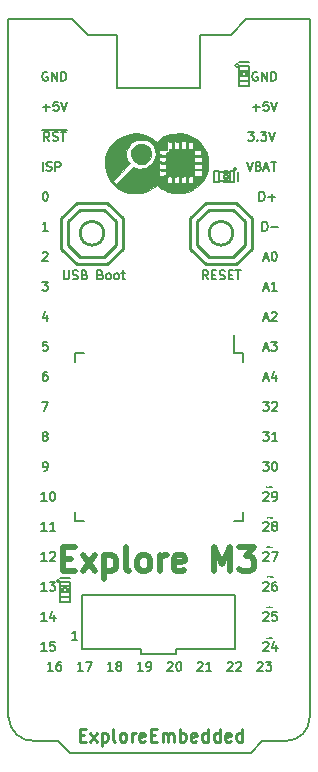
<source format=gbr>
G04 #@! TF.FileFunction,Legend,Top*
%FSLAX46Y46*%
G04 Gerber Fmt 4.6, Leading zero omitted, Abs format (unit mm)*
G04 Created by KiCad (PCBNEW 4.0.1-stable) date 10-Oct-16 12:47:22 PM*
%MOMM*%
G01*
G04 APERTURE LIST*
%ADD10C,0.100000*%
%ADD11C,0.150000*%
%ADD12C,0.273050*%
%ADD13C,0.190500*%
%ADD14C,0.508000*%
%ADD15C,0.254000*%
%ADD16C,0.002540*%
G04 APERTURE END LIST*
D10*
D11*
X52800000Y-28900000D02*
X52800000Y-33400000D01*
X50300000Y-28900000D02*
X52800000Y-28900000D01*
X50200000Y-28800000D02*
X50300000Y-28900000D01*
X59800000Y-28900000D02*
X62400000Y-28900000D01*
D12*
X49623739Y-88186986D02*
X49987805Y-88186986D01*
X50143834Y-88759090D02*
X49623739Y-88759090D01*
X49623739Y-87666890D01*
X50143834Y-87666890D01*
X50507901Y-88759090D02*
X51080005Y-88030957D01*
X50507901Y-88030957D02*
X51080005Y-88759090D01*
X51496082Y-88030957D02*
X51496082Y-89123157D01*
X51496082Y-88082967D02*
X51600101Y-88030957D01*
X51808139Y-88030957D01*
X51912158Y-88082967D01*
X51964167Y-88134976D01*
X52016177Y-88238995D01*
X52016177Y-88551052D01*
X51964167Y-88655071D01*
X51912158Y-88707081D01*
X51808139Y-88759090D01*
X51600101Y-88759090D01*
X51496082Y-88707081D01*
X52640291Y-88759090D02*
X52536272Y-88707081D01*
X52484263Y-88603062D01*
X52484263Y-87666890D01*
X53212396Y-88759090D02*
X53108377Y-88707081D01*
X53056368Y-88655071D01*
X53004358Y-88551052D01*
X53004358Y-88238995D01*
X53056368Y-88134976D01*
X53108377Y-88082967D01*
X53212396Y-88030957D01*
X53368425Y-88030957D01*
X53472444Y-88082967D01*
X53524453Y-88134976D01*
X53576463Y-88238995D01*
X53576463Y-88551052D01*
X53524453Y-88655071D01*
X53472444Y-88707081D01*
X53368425Y-88759090D01*
X53212396Y-88759090D01*
X54044549Y-88759090D02*
X54044549Y-88030957D01*
X54044549Y-88238995D02*
X54096558Y-88134976D01*
X54148568Y-88082967D01*
X54252587Y-88030957D01*
X54356606Y-88030957D01*
X55136749Y-88707081D02*
X55032730Y-88759090D01*
X54824692Y-88759090D01*
X54720673Y-88707081D01*
X54668663Y-88603062D01*
X54668663Y-88186986D01*
X54720673Y-88082967D01*
X54824692Y-88030957D01*
X55032730Y-88030957D01*
X55136749Y-88082967D01*
X55188758Y-88186986D01*
X55188758Y-88291005D01*
X54668663Y-88395024D01*
X55656844Y-88186986D02*
X56020910Y-88186986D01*
X56176939Y-88759090D02*
X55656844Y-88759090D01*
X55656844Y-87666890D01*
X56176939Y-87666890D01*
X56645025Y-88759090D02*
X56645025Y-88030957D01*
X56645025Y-88134976D02*
X56697034Y-88082967D01*
X56801053Y-88030957D01*
X56957082Y-88030957D01*
X57061101Y-88082967D01*
X57113110Y-88186986D01*
X57113110Y-88759090D01*
X57113110Y-88186986D02*
X57165120Y-88082967D01*
X57269139Y-88030957D01*
X57425167Y-88030957D01*
X57529187Y-88082967D01*
X57581196Y-88186986D01*
X57581196Y-88759090D01*
X58101292Y-88759090D02*
X58101292Y-87666890D01*
X58101292Y-88082967D02*
X58205311Y-88030957D01*
X58413349Y-88030957D01*
X58517368Y-88082967D01*
X58569377Y-88134976D01*
X58621387Y-88238995D01*
X58621387Y-88551052D01*
X58569377Y-88655071D01*
X58517368Y-88707081D01*
X58413349Y-88759090D01*
X58205311Y-88759090D01*
X58101292Y-88707081D01*
X59505549Y-88707081D02*
X59401530Y-88759090D01*
X59193492Y-88759090D01*
X59089473Y-88707081D01*
X59037463Y-88603062D01*
X59037463Y-88186986D01*
X59089473Y-88082967D01*
X59193492Y-88030957D01*
X59401530Y-88030957D01*
X59505549Y-88082967D01*
X59557558Y-88186986D01*
X59557558Y-88291005D01*
X59037463Y-88395024D01*
X60493729Y-88759090D02*
X60493729Y-87666890D01*
X60493729Y-88707081D02*
X60389710Y-88759090D01*
X60181672Y-88759090D01*
X60077653Y-88707081D01*
X60025644Y-88655071D01*
X59973634Y-88551052D01*
X59973634Y-88238995D01*
X60025644Y-88134976D01*
X60077653Y-88082967D01*
X60181672Y-88030957D01*
X60389710Y-88030957D01*
X60493729Y-88082967D01*
X61481910Y-88759090D02*
X61481910Y-87666890D01*
X61481910Y-88707081D02*
X61377891Y-88759090D01*
X61169853Y-88759090D01*
X61065834Y-88707081D01*
X61013825Y-88655071D01*
X60961815Y-88551052D01*
X60961815Y-88238995D01*
X61013825Y-88134976D01*
X61065834Y-88082967D01*
X61169853Y-88030957D01*
X61377891Y-88030957D01*
X61481910Y-88082967D01*
X62418082Y-88707081D02*
X62314063Y-88759090D01*
X62106025Y-88759090D01*
X62002006Y-88707081D01*
X61949996Y-88603062D01*
X61949996Y-88186986D01*
X62002006Y-88082967D01*
X62106025Y-88030957D01*
X62314063Y-88030957D01*
X62418082Y-88082967D01*
X62470091Y-88186986D01*
X62470091Y-88291005D01*
X61949996Y-88395024D01*
X63406262Y-88759090D02*
X63406262Y-87666890D01*
X63406262Y-88707081D02*
X63302243Y-88759090D01*
X63094205Y-88759090D01*
X62990186Y-88707081D01*
X62938177Y-88655071D01*
X62886167Y-88551052D01*
X62886167Y-88238995D01*
X62938177Y-88134976D01*
X62990186Y-88082967D01*
X63094205Y-88030957D01*
X63302243Y-88030957D01*
X63406262Y-88082967D01*
D11*
X59800000Y-33400000D02*
X59800000Y-28900000D01*
X52800000Y-33400000D02*
X59800000Y-33400000D01*
X47800000Y-88700000D02*
X48800000Y-89700000D01*
X65100000Y-88700000D02*
X64100000Y-89700000D01*
X48800000Y-89700000D02*
X64100000Y-89700000D01*
X43600000Y-27600000D02*
X43600000Y-86700000D01*
X69100000Y-86700000D02*
X69100000Y-27600000D01*
X63700000Y-27600000D02*
X69100000Y-27600000D01*
X50200000Y-28800000D02*
X49000000Y-27600000D01*
X49000000Y-27600000D02*
X43600000Y-27600000D01*
X45800000Y-88700000D02*
X47800000Y-88700000D01*
X67100000Y-88700000D02*
X65100000Y-88700000D01*
X62400000Y-28900000D02*
X63700000Y-27600000D01*
X67100000Y-88700000D02*
G75*
G03X69100000Y-86700000I0J2000000D01*
G01*
X43600000Y-86700000D02*
G75*
G03X45800000Y-88700000I2100000J100000D01*
G01*
D13*
X49417714Y-80144714D02*
X48982286Y-80144714D01*
X49200000Y-80144714D02*
X49200000Y-79382714D01*
X49127429Y-79491571D01*
X49054857Y-79564143D01*
X48982286Y-79600429D01*
X48260000Y-48858714D02*
X48260000Y-49475571D01*
X48296285Y-49548143D01*
X48332571Y-49584429D01*
X48405142Y-49620714D01*
X48550285Y-49620714D01*
X48622857Y-49584429D01*
X48659142Y-49548143D01*
X48695428Y-49475571D01*
X48695428Y-48858714D01*
X49022000Y-49584429D02*
X49130857Y-49620714D01*
X49312286Y-49620714D01*
X49384857Y-49584429D01*
X49421143Y-49548143D01*
X49457428Y-49475571D01*
X49457428Y-49403000D01*
X49421143Y-49330429D01*
X49384857Y-49294143D01*
X49312286Y-49257857D01*
X49167143Y-49221571D01*
X49094571Y-49185286D01*
X49058286Y-49149000D01*
X49022000Y-49076429D01*
X49022000Y-49003857D01*
X49058286Y-48931286D01*
X49094571Y-48895000D01*
X49167143Y-48858714D01*
X49348571Y-48858714D01*
X49457428Y-48895000D01*
X50038000Y-49221571D02*
X50146857Y-49257857D01*
X50183142Y-49294143D01*
X50219428Y-49366714D01*
X50219428Y-49475571D01*
X50183142Y-49548143D01*
X50146857Y-49584429D01*
X50074285Y-49620714D01*
X49784000Y-49620714D01*
X49784000Y-48858714D01*
X50038000Y-48858714D01*
X50110571Y-48895000D01*
X50146857Y-48931286D01*
X50183142Y-49003857D01*
X50183142Y-49076429D01*
X50146857Y-49149000D01*
X50110571Y-49185286D01*
X50038000Y-49221571D01*
X49784000Y-49221571D01*
X51380571Y-49221571D02*
X51489428Y-49257857D01*
X51525713Y-49294143D01*
X51561999Y-49366714D01*
X51561999Y-49475571D01*
X51525713Y-49548143D01*
X51489428Y-49584429D01*
X51416856Y-49620714D01*
X51126571Y-49620714D01*
X51126571Y-48858714D01*
X51380571Y-48858714D01*
X51453142Y-48895000D01*
X51489428Y-48931286D01*
X51525713Y-49003857D01*
X51525713Y-49076429D01*
X51489428Y-49149000D01*
X51453142Y-49185286D01*
X51380571Y-49221571D01*
X51126571Y-49221571D01*
X51997428Y-49620714D02*
X51924856Y-49584429D01*
X51888571Y-49548143D01*
X51852285Y-49475571D01*
X51852285Y-49257857D01*
X51888571Y-49185286D01*
X51924856Y-49149000D01*
X51997428Y-49112714D01*
X52106285Y-49112714D01*
X52178856Y-49149000D01*
X52215142Y-49185286D01*
X52251428Y-49257857D01*
X52251428Y-49475571D01*
X52215142Y-49548143D01*
X52178856Y-49584429D01*
X52106285Y-49620714D01*
X51997428Y-49620714D01*
X52686857Y-49620714D02*
X52614285Y-49584429D01*
X52578000Y-49548143D01*
X52541714Y-49475571D01*
X52541714Y-49257857D01*
X52578000Y-49185286D01*
X52614285Y-49149000D01*
X52686857Y-49112714D01*
X52795714Y-49112714D01*
X52868285Y-49149000D01*
X52904571Y-49185286D01*
X52940857Y-49257857D01*
X52940857Y-49475571D01*
X52904571Y-49548143D01*
X52868285Y-49584429D01*
X52795714Y-49620714D01*
X52686857Y-49620714D01*
X53158571Y-49112714D02*
X53448857Y-49112714D01*
X53267429Y-48858714D02*
X53267429Y-49511857D01*
X53303714Y-49584429D01*
X53376286Y-49620714D01*
X53448857Y-49620714D01*
X60488286Y-49620714D02*
X60234286Y-49257857D01*
X60052858Y-49620714D02*
X60052858Y-48858714D01*
X60343143Y-48858714D01*
X60415715Y-48895000D01*
X60452000Y-48931286D01*
X60488286Y-49003857D01*
X60488286Y-49112714D01*
X60452000Y-49185286D01*
X60415715Y-49221571D01*
X60343143Y-49257857D01*
X60052858Y-49257857D01*
X60814858Y-49221571D02*
X61068858Y-49221571D01*
X61177715Y-49620714D02*
X60814858Y-49620714D01*
X60814858Y-48858714D01*
X61177715Y-48858714D01*
X61468001Y-49584429D02*
X61576858Y-49620714D01*
X61758287Y-49620714D01*
X61830858Y-49584429D01*
X61867144Y-49548143D01*
X61903429Y-49475571D01*
X61903429Y-49403000D01*
X61867144Y-49330429D01*
X61830858Y-49294143D01*
X61758287Y-49257857D01*
X61613144Y-49221571D01*
X61540572Y-49185286D01*
X61504287Y-49149000D01*
X61468001Y-49076429D01*
X61468001Y-49003857D01*
X61504287Y-48931286D01*
X61540572Y-48895000D01*
X61613144Y-48858714D01*
X61794572Y-48858714D01*
X61903429Y-48895000D01*
X62230001Y-49221571D02*
X62484001Y-49221571D01*
X62592858Y-49620714D02*
X62230001Y-49620714D01*
X62230001Y-48858714D01*
X62592858Y-48858714D01*
X62810572Y-48858714D02*
X63246001Y-48858714D01*
X63028287Y-49620714D02*
X63028287Y-48858714D01*
D14*
X48229763Y-73260857D02*
X48907096Y-73260857D01*
X49197382Y-74325238D02*
X48229763Y-74325238D01*
X48229763Y-72293238D01*
X49197382Y-72293238D01*
X49874715Y-74325238D02*
X50939096Y-72970571D01*
X49874715Y-72970571D02*
X50939096Y-74325238D01*
X51713191Y-72970571D02*
X51713191Y-75002571D01*
X51713191Y-73067333D02*
X51906714Y-72970571D01*
X52293762Y-72970571D01*
X52487286Y-73067333D01*
X52584048Y-73164095D01*
X52680810Y-73357619D01*
X52680810Y-73938190D01*
X52584048Y-74131714D01*
X52487286Y-74228476D01*
X52293762Y-74325238D01*
X51906714Y-74325238D01*
X51713191Y-74228476D01*
X53841952Y-74325238D02*
X53648428Y-74228476D01*
X53551667Y-74034952D01*
X53551667Y-72293238D01*
X54906333Y-74325238D02*
X54712809Y-74228476D01*
X54616048Y-74131714D01*
X54519286Y-73938190D01*
X54519286Y-73357619D01*
X54616048Y-73164095D01*
X54712809Y-73067333D01*
X54906333Y-72970571D01*
X55196619Y-72970571D01*
X55390143Y-73067333D01*
X55486905Y-73164095D01*
X55583667Y-73357619D01*
X55583667Y-73938190D01*
X55486905Y-74131714D01*
X55390143Y-74228476D01*
X55196619Y-74325238D01*
X54906333Y-74325238D01*
X56454524Y-74325238D02*
X56454524Y-72970571D01*
X56454524Y-73357619D02*
X56551285Y-73164095D01*
X56648047Y-73067333D01*
X56841571Y-72970571D01*
X57035095Y-72970571D01*
X58486524Y-74228476D02*
X58293000Y-74325238D01*
X57905952Y-74325238D01*
X57712429Y-74228476D01*
X57615667Y-74034952D01*
X57615667Y-73260857D01*
X57712429Y-73067333D01*
X57905952Y-72970571D01*
X58293000Y-72970571D01*
X58486524Y-73067333D01*
X58583286Y-73260857D01*
X58583286Y-73454381D01*
X57615667Y-73647905D01*
X61002333Y-74325238D02*
X61002333Y-72293238D01*
X61679666Y-73744667D01*
X62356999Y-72293238D01*
X62356999Y-74325238D01*
X63131095Y-72293238D02*
X64388999Y-72293238D01*
X63711666Y-73067333D01*
X64001952Y-73067333D01*
X64195476Y-73164095D01*
X64292238Y-73260857D01*
X64388999Y-73454381D01*
X64388999Y-73938190D01*
X64292238Y-74131714D01*
X64195476Y-74228476D01*
X64001952Y-74325238D01*
X63421380Y-74325238D01*
X63227857Y-74228476D01*
X63131095Y-74131714D01*
D13*
X64697429Y-82078286D02*
X64733715Y-82042000D01*
X64806286Y-82005714D01*
X64987715Y-82005714D01*
X65060286Y-82042000D01*
X65096572Y-82078286D01*
X65132857Y-82150857D01*
X65132857Y-82223429D01*
X65096572Y-82332286D01*
X64661143Y-82767714D01*
X65132857Y-82767714D01*
X65386857Y-82005714D02*
X65858571Y-82005714D01*
X65604571Y-82296000D01*
X65713429Y-82296000D01*
X65786000Y-82332286D01*
X65822286Y-82368571D01*
X65858571Y-82441143D01*
X65858571Y-82622571D01*
X65822286Y-82695143D01*
X65786000Y-82731429D01*
X65713429Y-82767714D01*
X65495714Y-82767714D01*
X65423143Y-82731429D01*
X65386857Y-82695143D01*
X62157429Y-82078286D02*
X62193715Y-82042000D01*
X62266286Y-82005714D01*
X62447715Y-82005714D01*
X62520286Y-82042000D01*
X62556572Y-82078286D01*
X62592857Y-82150857D01*
X62592857Y-82223429D01*
X62556572Y-82332286D01*
X62121143Y-82767714D01*
X62592857Y-82767714D01*
X62883143Y-82078286D02*
X62919429Y-82042000D01*
X62992000Y-82005714D01*
X63173429Y-82005714D01*
X63246000Y-82042000D01*
X63282286Y-82078286D01*
X63318571Y-82150857D01*
X63318571Y-82223429D01*
X63282286Y-82332286D01*
X62846857Y-82767714D01*
X63318571Y-82767714D01*
X59617429Y-82078286D02*
X59653715Y-82042000D01*
X59726286Y-82005714D01*
X59907715Y-82005714D01*
X59980286Y-82042000D01*
X60016572Y-82078286D01*
X60052857Y-82150857D01*
X60052857Y-82223429D01*
X60016572Y-82332286D01*
X59581143Y-82767714D01*
X60052857Y-82767714D01*
X60778571Y-82767714D02*
X60343143Y-82767714D01*
X60560857Y-82767714D02*
X60560857Y-82005714D01*
X60488286Y-82114571D01*
X60415714Y-82187143D01*
X60343143Y-82223429D01*
X57077429Y-82078286D02*
X57113715Y-82042000D01*
X57186286Y-82005714D01*
X57367715Y-82005714D01*
X57440286Y-82042000D01*
X57476572Y-82078286D01*
X57512857Y-82150857D01*
X57512857Y-82223429D01*
X57476572Y-82332286D01*
X57041143Y-82767714D01*
X57512857Y-82767714D01*
X57984571Y-82005714D02*
X58057143Y-82005714D01*
X58129714Y-82042000D01*
X58166000Y-82078286D01*
X58202286Y-82150857D01*
X58238571Y-82296000D01*
X58238571Y-82477429D01*
X58202286Y-82622571D01*
X58166000Y-82695143D01*
X58129714Y-82731429D01*
X58057143Y-82767714D01*
X57984571Y-82767714D01*
X57912000Y-82731429D01*
X57875714Y-82695143D01*
X57839429Y-82622571D01*
X57803143Y-82477429D01*
X57803143Y-82296000D01*
X57839429Y-82150857D01*
X57875714Y-82078286D01*
X57912000Y-82042000D01*
X57984571Y-82005714D01*
X54972857Y-82767714D02*
X54537429Y-82767714D01*
X54755143Y-82767714D02*
X54755143Y-82005714D01*
X54682572Y-82114571D01*
X54610000Y-82187143D01*
X54537429Y-82223429D01*
X55335714Y-82767714D02*
X55480857Y-82767714D01*
X55553429Y-82731429D01*
X55589714Y-82695143D01*
X55662286Y-82586286D01*
X55698571Y-82441143D01*
X55698571Y-82150857D01*
X55662286Y-82078286D01*
X55626000Y-82042000D01*
X55553429Y-82005714D01*
X55408286Y-82005714D01*
X55335714Y-82042000D01*
X55299429Y-82078286D01*
X55263143Y-82150857D01*
X55263143Y-82332286D01*
X55299429Y-82404857D01*
X55335714Y-82441143D01*
X55408286Y-82477429D01*
X55553429Y-82477429D01*
X55626000Y-82441143D01*
X55662286Y-82404857D01*
X55698571Y-82332286D01*
X52432857Y-82767714D02*
X51997429Y-82767714D01*
X52215143Y-82767714D02*
X52215143Y-82005714D01*
X52142572Y-82114571D01*
X52070000Y-82187143D01*
X51997429Y-82223429D01*
X52868286Y-82332286D02*
X52795714Y-82296000D01*
X52759429Y-82259714D01*
X52723143Y-82187143D01*
X52723143Y-82150857D01*
X52759429Y-82078286D01*
X52795714Y-82042000D01*
X52868286Y-82005714D01*
X53013429Y-82005714D01*
X53086000Y-82042000D01*
X53122286Y-82078286D01*
X53158571Y-82150857D01*
X53158571Y-82187143D01*
X53122286Y-82259714D01*
X53086000Y-82296000D01*
X53013429Y-82332286D01*
X52868286Y-82332286D01*
X52795714Y-82368571D01*
X52759429Y-82404857D01*
X52723143Y-82477429D01*
X52723143Y-82622571D01*
X52759429Y-82695143D01*
X52795714Y-82731429D01*
X52868286Y-82767714D01*
X53013429Y-82767714D01*
X53086000Y-82731429D01*
X53122286Y-82695143D01*
X53158571Y-82622571D01*
X53158571Y-82477429D01*
X53122286Y-82404857D01*
X53086000Y-82368571D01*
X53013429Y-82332286D01*
X49892857Y-82767714D02*
X49457429Y-82767714D01*
X49675143Y-82767714D02*
X49675143Y-82005714D01*
X49602572Y-82114571D01*
X49530000Y-82187143D01*
X49457429Y-82223429D01*
X50146857Y-82005714D02*
X50654857Y-82005714D01*
X50328286Y-82767714D01*
X47352857Y-82767714D02*
X46917429Y-82767714D01*
X47135143Y-82767714D02*
X47135143Y-82005714D01*
X47062572Y-82114571D01*
X46990000Y-82187143D01*
X46917429Y-82223429D01*
X48006000Y-82005714D02*
X47860857Y-82005714D01*
X47788286Y-82042000D01*
X47752000Y-82078286D01*
X47679429Y-82187143D01*
X47643143Y-82332286D01*
X47643143Y-82622571D01*
X47679429Y-82695143D01*
X47715714Y-82731429D01*
X47788286Y-82767714D01*
X47933429Y-82767714D01*
X48006000Y-82731429D01*
X48042286Y-82695143D01*
X48078571Y-82622571D01*
X48078571Y-82441143D01*
X48042286Y-82368571D01*
X48006000Y-82332286D01*
X47933429Y-82296000D01*
X47788286Y-82296000D01*
X47715714Y-82332286D01*
X47679429Y-82368571D01*
X47643143Y-82441143D01*
X64680756Y-32086328D02*
X64608185Y-32050042D01*
X64499328Y-32050042D01*
X64390471Y-32086328D01*
X64317899Y-32158899D01*
X64281614Y-32231471D01*
X64245328Y-32376614D01*
X64245328Y-32485471D01*
X64281614Y-32630614D01*
X64317899Y-32703185D01*
X64390471Y-32775757D01*
X64499328Y-32812042D01*
X64571899Y-32812042D01*
X64680756Y-32775757D01*
X64717042Y-32739471D01*
X64717042Y-32485471D01*
X64571899Y-32485471D01*
X65043614Y-32812042D02*
X65043614Y-32050042D01*
X65479042Y-32812042D01*
X65479042Y-32050042D01*
X65841900Y-32812042D02*
X65841900Y-32050042D01*
X66023328Y-32050042D01*
X66132185Y-32086328D01*
X66204757Y-32158899D01*
X66241042Y-32231471D01*
X66277328Y-32376614D01*
X66277328Y-32485471D01*
X66241042Y-32630614D01*
X66204757Y-32703185D01*
X66132185Y-32775757D01*
X66023328Y-32812042D01*
X65841900Y-32812042D01*
X64281614Y-35061757D02*
X64862185Y-35061757D01*
X64571899Y-35352042D02*
X64571899Y-34771471D01*
X65587900Y-34590042D02*
X65225043Y-34590042D01*
X65188757Y-34952899D01*
X65225043Y-34916614D01*
X65297614Y-34880328D01*
X65479043Y-34880328D01*
X65551614Y-34916614D01*
X65587900Y-34952899D01*
X65624185Y-35025471D01*
X65624185Y-35206899D01*
X65587900Y-35279471D01*
X65551614Y-35315757D01*
X65479043Y-35352042D01*
X65297614Y-35352042D01*
X65225043Y-35315757D01*
X65188757Y-35279471D01*
X65841899Y-34590042D02*
X66095899Y-35352042D01*
X66349899Y-34590042D01*
X63882471Y-37130042D02*
X64354185Y-37130042D01*
X64100185Y-37420328D01*
X64209043Y-37420328D01*
X64281614Y-37456614D01*
X64317900Y-37492899D01*
X64354185Y-37565471D01*
X64354185Y-37746899D01*
X64317900Y-37819471D01*
X64281614Y-37855757D01*
X64209043Y-37892042D01*
X63991328Y-37892042D01*
X63918757Y-37855757D01*
X63882471Y-37819471D01*
X64680757Y-37819471D02*
X64717042Y-37855757D01*
X64680757Y-37892042D01*
X64644471Y-37855757D01*
X64680757Y-37819471D01*
X64680757Y-37892042D01*
X64971042Y-37130042D02*
X65442756Y-37130042D01*
X65188756Y-37420328D01*
X65297614Y-37420328D01*
X65370185Y-37456614D01*
X65406471Y-37492899D01*
X65442756Y-37565471D01*
X65442756Y-37746899D01*
X65406471Y-37819471D01*
X65370185Y-37855757D01*
X65297614Y-37892042D01*
X65079899Y-37892042D01*
X65007328Y-37855757D01*
X64971042Y-37819471D01*
X65660470Y-37130042D02*
X65914470Y-37892042D01*
X66168470Y-37130042D01*
X63755471Y-39670042D02*
X64009471Y-40432042D01*
X64263471Y-39670042D01*
X64771472Y-40032899D02*
X64880329Y-40069185D01*
X64916614Y-40105471D01*
X64952900Y-40178042D01*
X64952900Y-40286899D01*
X64916614Y-40359471D01*
X64880329Y-40395757D01*
X64807757Y-40432042D01*
X64517472Y-40432042D01*
X64517472Y-39670042D01*
X64771472Y-39670042D01*
X64844043Y-39706328D01*
X64880329Y-39742614D01*
X64916614Y-39815185D01*
X64916614Y-39887757D01*
X64880329Y-39960328D01*
X64844043Y-39996614D01*
X64771472Y-40032899D01*
X64517472Y-40032899D01*
X65243186Y-40214328D02*
X65606043Y-40214328D01*
X65170614Y-40432042D02*
X65424614Y-39670042D01*
X65678614Y-40432042D01*
X65823757Y-39670042D02*
X66259186Y-39670042D01*
X66041472Y-40432042D02*
X66041472Y-39670042D01*
X64844043Y-42972042D02*
X64844043Y-42210042D01*
X65025471Y-42210042D01*
X65134328Y-42246328D01*
X65206900Y-42318899D01*
X65243185Y-42391471D01*
X65279471Y-42536614D01*
X65279471Y-42645471D01*
X65243185Y-42790614D01*
X65206900Y-42863185D01*
X65134328Y-42935757D01*
X65025471Y-42972042D01*
X64844043Y-42972042D01*
X65606043Y-42681757D02*
X66186614Y-42681757D01*
X65896328Y-42972042D02*
X65896328Y-42391471D01*
X65098043Y-45512042D02*
X65098043Y-44750042D01*
X65279471Y-44750042D01*
X65388328Y-44786328D01*
X65460900Y-44858899D01*
X65497185Y-44931471D01*
X65533471Y-45076614D01*
X65533471Y-45185471D01*
X65497185Y-45330614D01*
X65460900Y-45403185D01*
X65388328Y-45475757D01*
X65279471Y-45512042D01*
X65098043Y-45512042D01*
X65860043Y-45221757D02*
X66440614Y-45221757D01*
X65225043Y-47834328D02*
X65587900Y-47834328D01*
X65152471Y-48052042D02*
X65406471Y-47290042D01*
X65660471Y-48052042D01*
X66059614Y-47290042D02*
X66132186Y-47290042D01*
X66204757Y-47326328D01*
X66241043Y-47362614D01*
X66277329Y-47435185D01*
X66313614Y-47580328D01*
X66313614Y-47761757D01*
X66277329Y-47906899D01*
X66241043Y-47979471D01*
X66204757Y-48015757D01*
X66132186Y-48052042D01*
X66059614Y-48052042D01*
X65987043Y-48015757D01*
X65950757Y-47979471D01*
X65914472Y-47906899D01*
X65878186Y-47761757D01*
X65878186Y-47580328D01*
X65914472Y-47435185D01*
X65950757Y-47362614D01*
X65987043Y-47326328D01*
X66059614Y-47290042D01*
X65225044Y-50374328D02*
X65587901Y-50374328D01*
X65152472Y-50592042D02*
X65406472Y-49830042D01*
X65660472Y-50592042D01*
X66313615Y-50592042D02*
X65878187Y-50592042D01*
X66095901Y-50592042D02*
X66095901Y-49830042D01*
X66023330Y-49938899D01*
X65950758Y-50011471D01*
X65878187Y-50047757D01*
X65225044Y-52914328D02*
X65587901Y-52914328D01*
X65152472Y-53132042D02*
X65406472Y-52370042D01*
X65660472Y-53132042D01*
X65878187Y-52442614D02*
X65914473Y-52406328D01*
X65987044Y-52370042D01*
X66168473Y-52370042D01*
X66241044Y-52406328D01*
X66277330Y-52442614D01*
X66313615Y-52515185D01*
X66313615Y-52587757D01*
X66277330Y-52696614D01*
X65841901Y-53132042D01*
X66313615Y-53132042D01*
X65225043Y-55454328D02*
X65587900Y-55454328D01*
X65152471Y-55672042D02*
X65406471Y-54910042D01*
X65660471Y-55672042D01*
X65841900Y-54910042D02*
X66313614Y-54910042D01*
X66059614Y-55200328D01*
X66168472Y-55200328D01*
X66241043Y-55236614D01*
X66277329Y-55272899D01*
X66313614Y-55345471D01*
X66313614Y-55526899D01*
X66277329Y-55599471D01*
X66241043Y-55635757D01*
X66168472Y-55672042D01*
X65950757Y-55672042D01*
X65878186Y-55635757D01*
X65841900Y-55599471D01*
X65225043Y-57994328D02*
X65587900Y-57994328D01*
X65152471Y-58212042D02*
X65406471Y-57450042D01*
X65660471Y-58212042D01*
X66241043Y-57704042D02*
X66241043Y-58212042D01*
X66059614Y-57413757D02*
X65878186Y-57958042D01*
X66349900Y-57958042D01*
X65152472Y-59990042D02*
X65624186Y-59990042D01*
X65370186Y-60280328D01*
X65479044Y-60280328D01*
X65551615Y-60316614D01*
X65587901Y-60352899D01*
X65624186Y-60425471D01*
X65624186Y-60606899D01*
X65587901Y-60679471D01*
X65551615Y-60715757D01*
X65479044Y-60752042D01*
X65261329Y-60752042D01*
X65188758Y-60715757D01*
X65152472Y-60679471D01*
X65914472Y-60062614D02*
X65950758Y-60026328D01*
X66023329Y-59990042D01*
X66204758Y-59990042D01*
X66277329Y-60026328D01*
X66313615Y-60062614D01*
X66349900Y-60135185D01*
X66349900Y-60207757D01*
X66313615Y-60316614D01*
X65878186Y-60752042D01*
X66349900Y-60752042D01*
X65152472Y-62530042D02*
X65624186Y-62530042D01*
X65370186Y-62820328D01*
X65479044Y-62820328D01*
X65551615Y-62856614D01*
X65587901Y-62892899D01*
X65624186Y-62965471D01*
X65624186Y-63146899D01*
X65587901Y-63219471D01*
X65551615Y-63255757D01*
X65479044Y-63292042D01*
X65261329Y-63292042D01*
X65188758Y-63255757D01*
X65152472Y-63219471D01*
X66349900Y-63292042D02*
X65914472Y-63292042D01*
X66132186Y-63292042D02*
X66132186Y-62530042D01*
X66059615Y-62638899D01*
X65987043Y-62711471D01*
X65914472Y-62747757D01*
X65152471Y-65070042D02*
X65624185Y-65070042D01*
X65370185Y-65360328D01*
X65479043Y-65360328D01*
X65551614Y-65396614D01*
X65587900Y-65432899D01*
X65624185Y-65505471D01*
X65624185Y-65686899D01*
X65587900Y-65759471D01*
X65551614Y-65795757D01*
X65479043Y-65832042D01*
X65261328Y-65832042D01*
X65188757Y-65795757D01*
X65152471Y-65759471D01*
X66095899Y-65070042D02*
X66168471Y-65070042D01*
X66241042Y-65106328D01*
X66277328Y-65142614D01*
X66313614Y-65215185D01*
X66349899Y-65360328D01*
X66349899Y-65541757D01*
X66313614Y-65686899D01*
X66277328Y-65759471D01*
X66241042Y-65795757D01*
X66168471Y-65832042D01*
X66095899Y-65832042D01*
X66023328Y-65795757D01*
X65987042Y-65759471D01*
X65950757Y-65686899D01*
X65914471Y-65541757D01*
X65914471Y-65360328D01*
X65950757Y-65215185D01*
X65987042Y-65142614D01*
X66023328Y-65106328D01*
X66095899Y-65070042D01*
X65188757Y-67682614D02*
X65225043Y-67646328D01*
X65297614Y-67610042D01*
X65479043Y-67610042D01*
X65551614Y-67646328D01*
X65587900Y-67682614D01*
X65624185Y-67755185D01*
X65624185Y-67827757D01*
X65587900Y-67936614D01*
X65152471Y-68372042D01*
X65624185Y-68372042D01*
X65987042Y-68372042D02*
X66132185Y-68372042D01*
X66204757Y-68335757D01*
X66241042Y-68299471D01*
X66313614Y-68190614D01*
X66349899Y-68045471D01*
X66349899Y-67755185D01*
X66313614Y-67682614D01*
X66277328Y-67646328D01*
X66204757Y-67610042D01*
X66059614Y-67610042D01*
X65987042Y-67646328D01*
X65950757Y-67682614D01*
X65914471Y-67755185D01*
X65914471Y-67936614D01*
X65950757Y-68009185D01*
X65987042Y-68045471D01*
X66059614Y-68081757D01*
X66204757Y-68081757D01*
X66277328Y-68045471D01*
X66313614Y-68009185D01*
X66349899Y-67936614D01*
X65188757Y-70222614D02*
X65225043Y-70186328D01*
X65297614Y-70150042D01*
X65479043Y-70150042D01*
X65551614Y-70186328D01*
X65587900Y-70222614D01*
X65624185Y-70295185D01*
X65624185Y-70367757D01*
X65587900Y-70476614D01*
X65152471Y-70912042D01*
X65624185Y-70912042D01*
X66059614Y-70476614D02*
X65987042Y-70440328D01*
X65950757Y-70404042D01*
X65914471Y-70331471D01*
X65914471Y-70295185D01*
X65950757Y-70222614D01*
X65987042Y-70186328D01*
X66059614Y-70150042D01*
X66204757Y-70150042D01*
X66277328Y-70186328D01*
X66313614Y-70222614D01*
X66349899Y-70295185D01*
X66349899Y-70331471D01*
X66313614Y-70404042D01*
X66277328Y-70440328D01*
X66204757Y-70476614D01*
X66059614Y-70476614D01*
X65987042Y-70512899D01*
X65950757Y-70549185D01*
X65914471Y-70621757D01*
X65914471Y-70766899D01*
X65950757Y-70839471D01*
X65987042Y-70875757D01*
X66059614Y-70912042D01*
X66204757Y-70912042D01*
X66277328Y-70875757D01*
X66313614Y-70839471D01*
X66349899Y-70766899D01*
X66349899Y-70621757D01*
X66313614Y-70549185D01*
X66277328Y-70512899D01*
X66204757Y-70476614D01*
X65188758Y-72762614D02*
X65225044Y-72726328D01*
X65297615Y-72690042D01*
X65479044Y-72690042D01*
X65551615Y-72726328D01*
X65587901Y-72762614D01*
X65624186Y-72835185D01*
X65624186Y-72907757D01*
X65587901Y-73016614D01*
X65152472Y-73452042D01*
X65624186Y-73452042D01*
X65878186Y-72690042D02*
X66386186Y-72690042D01*
X66059615Y-73452042D01*
X65188758Y-75302614D02*
X65225044Y-75266328D01*
X65297615Y-75230042D01*
X65479044Y-75230042D01*
X65551615Y-75266328D01*
X65587901Y-75302614D01*
X65624186Y-75375185D01*
X65624186Y-75447757D01*
X65587901Y-75556614D01*
X65152472Y-75992042D01*
X65624186Y-75992042D01*
X66277329Y-75230042D02*
X66132186Y-75230042D01*
X66059615Y-75266328D01*
X66023329Y-75302614D01*
X65950758Y-75411471D01*
X65914472Y-75556614D01*
X65914472Y-75846899D01*
X65950758Y-75919471D01*
X65987043Y-75955757D01*
X66059615Y-75992042D01*
X66204758Y-75992042D01*
X66277329Y-75955757D01*
X66313615Y-75919471D01*
X66349900Y-75846899D01*
X66349900Y-75665471D01*
X66313615Y-75592899D01*
X66277329Y-75556614D01*
X66204758Y-75520328D01*
X66059615Y-75520328D01*
X65987043Y-75556614D01*
X65950758Y-75592899D01*
X65914472Y-75665471D01*
X65188757Y-77842614D02*
X65225043Y-77806328D01*
X65297614Y-77770042D01*
X65479043Y-77770042D01*
X65551614Y-77806328D01*
X65587900Y-77842614D01*
X65624185Y-77915185D01*
X65624185Y-77987757D01*
X65587900Y-78096614D01*
X65152471Y-78532042D01*
X65624185Y-78532042D01*
X66313614Y-77770042D02*
X65950757Y-77770042D01*
X65914471Y-78132899D01*
X65950757Y-78096614D01*
X66023328Y-78060328D01*
X66204757Y-78060328D01*
X66277328Y-78096614D01*
X66313614Y-78132899D01*
X66349899Y-78205471D01*
X66349899Y-78386899D01*
X66313614Y-78459471D01*
X66277328Y-78495757D01*
X66204757Y-78532042D01*
X66023328Y-78532042D01*
X65950757Y-78495757D01*
X65914471Y-78459471D01*
X65188757Y-80382614D02*
X65225043Y-80346328D01*
X65297614Y-80310042D01*
X65479043Y-80310042D01*
X65551614Y-80346328D01*
X65587900Y-80382614D01*
X65624185Y-80455185D01*
X65624185Y-80527757D01*
X65587900Y-80636614D01*
X65152471Y-81072042D01*
X65624185Y-81072042D01*
X66277328Y-80564042D02*
X66277328Y-81072042D01*
X66095899Y-80273757D02*
X65914471Y-80818042D01*
X66386185Y-80818042D01*
X46828185Y-81072042D02*
X46392757Y-81072042D01*
X46610471Y-81072042D02*
X46610471Y-80310042D01*
X46537900Y-80418899D01*
X46465328Y-80491471D01*
X46392757Y-80527757D01*
X47517614Y-80310042D02*
X47154757Y-80310042D01*
X47118471Y-80672899D01*
X47154757Y-80636614D01*
X47227328Y-80600328D01*
X47408757Y-80600328D01*
X47481328Y-80636614D01*
X47517614Y-80672899D01*
X47553899Y-80745471D01*
X47553899Y-80926899D01*
X47517614Y-80999471D01*
X47481328Y-81035757D01*
X47408757Y-81072042D01*
X47227328Y-81072042D01*
X47154757Y-81035757D01*
X47118471Y-80999471D01*
X46828185Y-78532042D02*
X46392757Y-78532042D01*
X46610471Y-78532042D02*
X46610471Y-77770042D01*
X46537900Y-77878899D01*
X46465328Y-77951471D01*
X46392757Y-77987757D01*
X47481328Y-78024042D02*
X47481328Y-78532042D01*
X47299899Y-77733757D02*
X47118471Y-78278042D01*
X47590185Y-78278042D01*
X46828185Y-75992043D02*
X46392757Y-75992043D01*
X46610471Y-75992043D02*
X46610471Y-75230043D01*
X46537900Y-75338900D01*
X46465328Y-75411472D01*
X46392757Y-75447758D01*
X47082185Y-75230043D02*
X47553899Y-75230043D01*
X47299899Y-75520329D01*
X47408757Y-75520329D01*
X47481328Y-75556615D01*
X47517614Y-75592900D01*
X47553899Y-75665472D01*
X47553899Y-75846900D01*
X47517614Y-75919472D01*
X47481328Y-75955758D01*
X47408757Y-75992043D01*
X47191042Y-75992043D01*
X47118471Y-75955758D01*
X47082185Y-75919472D01*
X46828186Y-73452042D02*
X46392758Y-73452042D01*
X46610472Y-73452042D02*
X46610472Y-72690042D01*
X46537901Y-72798899D01*
X46465329Y-72871471D01*
X46392758Y-72907757D01*
X47118472Y-72762614D02*
X47154758Y-72726328D01*
X47227329Y-72690042D01*
X47408758Y-72690042D01*
X47481329Y-72726328D01*
X47517615Y-72762614D01*
X47553900Y-72835185D01*
X47553900Y-72907757D01*
X47517615Y-73016614D01*
X47082186Y-73452042D01*
X47553900Y-73452042D01*
X46828185Y-70912042D02*
X46392757Y-70912042D01*
X46610471Y-70912042D02*
X46610471Y-70150042D01*
X46537900Y-70258899D01*
X46465328Y-70331471D01*
X46392757Y-70367757D01*
X47553899Y-70912042D02*
X47118471Y-70912042D01*
X47336185Y-70912042D02*
X47336185Y-70150042D01*
X47263614Y-70258899D01*
X47191042Y-70331471D01*
X47118471Y-70367757D01*
X46828185Y-68372042D02*
X46392757Y-68372042D01*
X46610471Y-68372042D02*
X46610471Y-67610042D01*
X46537900Y-67718899D01*
X46465328Y-67791471D01*
X46392757Y-67827757D01*
X47299899Y-67610042D02*
X47372471Y-67610042D01*
X47445042Y-67646328D01*
X47481328Y-67682614D01*
X47517614Y-67755185D01*
X47553899Y-67900328D01*
X47553899Y-68081757D01*
X47517614Y-68226899D01*
X47481328Y-68299471D01*
X47445042Y-68335757D01*
X47372471Y-68372042D01*
X47299899Y-68372042D01*
X47227328Y-68335757D01*
X47191042Y-68299471D01*
X47154757Y-68226899D01*
X47118471Y-68081757D01*
X47118471Y-67900328D01*
X47154757Y-67755185D01*
X47191042Y-67682614D01*
X47227328Y-67646328D01*
X47299899Y-67610042D01*
X46574185Y-65832042D02*
X46719328Y-65832042D01*
X46791900Y-65795757D01*
X46828185Y-65759471D01*
X46900757Y-65650614D01*
X46937042Y-65505471D01*
X46937042Y-65215185D01*
X46900757Y-65142614D01*
X46864471Y-65106328D01*
X46791900Y-65070042D01*
X46646757Y-65070042D01*
X46574185Y-65106328D01*
X46537900Y-65142614D01*
X46501614Y-65215185D01*
X46501614Y-65396614D01*
X46537900Y-65469185D01*
X46574185Y-65505471D01*
X46646757Y-65541757D01*
X46791900Y-65541757D01*
X46864471Y-65505471D01*
X46900757Y-65469185D01*
X46937042Y-65396614D01*
X46646757Y-62856615D02*
X46574185Y-62820329D01*
X46537900Y-62784043D01*
X46501614Y-62711472D01*
X46501614Y-62675186D01*
X46537900Y-62602615D01*
X46574185Y-62566329D01*
X46646757Y-62530043D01*
X46791900Y-62530043D01*
X46864471Y-62566329D01*
X46900757Y-62602615D01*
X46937042Y-62675186D01*
X46937042Y-62711472D01*
X46900757Y-62784043D01*
X46864471Y-62820329D01*
X46791900Y-62856615D01*
X46646757Y-62856615D01*
X46574185Y-62892900D01*
X46537900Y-62929186D01*
X46501614Y-63001758D01*
X46501614Y-63146900D01*
X46537900Y-63219472D01*
X46574185Y-63255758D01*
X46646757Y-63292043D01*
X46791900Y-63292043D01*
X46864471Y-63255758D01*
X46900757Y-63219472D01*
X46937042Y-63146900D01*
X46937042Y-63001758D01*
X46900757Y-62929186D01*
X46864471Y-62892900D01*
X46791900Y-62856615D01*
X46465328Y-59990042D02*
X46973328Y-59990042D01*
X46646757Y-60752042D01*
X46864471Y-57450042D02*
X46719328Y-57450042D01*
X46646757Y-57486328D01*
X46610471Y-57522614D01*
X46537900Y-57631471D01*
X46501614Y-57776614D01*
X46501614Y-58066899D01*
X46537900Y-58139471D01*
X46574185Y-58175757D01*
X46646757Y-58212042D01*
X46791900Y-58212042D01*
X46864471Y-58175757D01*
X46900757Y-58139471D01*
X46937042Y-58066899D01*
X46937042Y-57885471D01*
X46900757Y-57812899D01*
X46864471Y-57776614D01*
X46791900Y-57740328D01*
X46646757Y-57740328D01*
X46574185Y-57776614D01*
X46537900Y-57812899D01*
X46501614Y-57885471D01*
X46900757Y-54910042D02*
X46537900Y-54910042D01*
X46501614Y-55272899D01*
X46537900Y-55236614D01*
X46610471Y-55200328D01*
X46791900Y-55200328D01*
X46864471Y-55236614D01*
X46900757Y-55272899D01*
X46937042Y-55345471D01*
X46937042Y-55526899D01*
X46900757Y-55599471D01*
X46864471Y-55635757D01*
X46791900Y-55672042D01*
X46610471Y-55672042D01*
X46537900Y-55635757D01*
X46501614Y-55599471D01*
X46864471Y-52624043D02*
X46864471Y-53132043D01*
X46683042Y-52333758D02*
X46501614Y-52878043D01*
X46973328Y-52878043D01*
X46465328Y-49830042D02*
X46937042Y-49830042D01*
X46683042Y-50120328D01*
X46791900Y-50120328D01*
X46864471Y-50156614D01*
X46900757Y-50192899D01*
X46937042Y-50265471D01*
X46937042Y-50446899D01*
X46900757Y-50519471D01*
X46864471Y-50555757D01*
X46791900Y-50592042D01*
X46574185Y-50592042D01*
X46501614Y-50555757D01*
X46465328Y-50519471D01*
X46501614Y-47362614D02*
X46537900Y-47326328D01*
X46610471Y-47290042D01*
X46791900Y-47290042D01*
X46864471Y-47326328D01*
X46900757Y-47362614D01*
X46937042Y-47435185D01*
X46937042Y-47507757D01*
X46900757Y-47616614D01*
X46465328Y-48052042D01*
X46937042Y-48052042D01*
X46937042Y-45512042D02*
X46501614Y-45512042D01*
X46719328Y-45512042D02*
X46719328Y-44750042D01*
X46646757Y-44858899D01*
X46574185Y-44931471D01*
X46501614Y-44967757D01*
X46683042Y-42210042D02*
X46755614Y-42210042D01*
X46828185Y-42246328D01*
X46864471Y-42282614D01*
X46900757Y-42355185D01*
X46937042Y-42500328D01*
X46937042Y-42681757D01*
X46900757Y-42826899D01*
X46864471Y-42899471D01*
X46828185Y-42935757D01*
X46755614Y-42972042D01*
X46683042Y-42972042D01*
X46610471Y-42935757D01*
X46574185Y-42899471D01*
X46537900Y-42826899D01*
X46501614Y-42681757D01*
X46501614Y-42500328D01*
X46537900Y-42355185D01*
X46574185Y-42282614D01*
X46610471Y-42246328D01*
X46683042Y-42210042D01*
X46483473Y-40432042D02*
X46483473Y-39670042D01*
X46810044Y-40395757D02*
X46918901Y-40432042D01*
X47100330Y-40432042D01*
X47172901Y-40395757D01*
X47209187Y-40359471D01*
X47245472Y-40286899D01*
X47245472Y-40214328D01*
X47209187Y-40141757D01*
X47172901Y-40105471D01*
X47100330Y-40069185D01*
X46955187Y-40032899D01*
X46882615Y-39996614D01*
X46846330Y-39960328D01*
X46810044Y-39887757D01*
X46810044Y-39815185D01*
X46846330Y-39742614D01*
X46882615Y-39706328D01*
X46955187Y-39670042D01*
X47136615Y-39670042D01*
X47245472Y-39706328D01*
X47572044Y-40432042D02*
X47572044Y-39670042D01*
X47862329Y-39670042D01*
X47934901Y-39706328D01*
X47971186Y-39742614D01*
X48007472Y-39815185D01*
X48007472Y-39924042D01*
X47971186Y-39996614D01*
X47934901Y-40032899D01*
X47862329Y-40069185D01*
X47572044Y-40069185D01*
X47064043Y-37892042D02*
X46810043Y-37529185D01*
X46628615Y-37892042D02*
X46628615Y-37130042D01*
X46918900Y-37130042D01*
X46991472Y-37166328D01*
X47027757Y-37202614D01*
X47064043Y-37275185D01*
X47064043Y-37384042D01*
X47027757Y-37456614D01*
X46991472Y-37492899D01*
X46918900Y-37529185D01*
X46628615Y-37529185D01*
X47354329Y-37855757D02*
X47463186Y-37892042D01*
X47644615Y-37892042D01*
X47717186Y-37855757D01*
X47753472Y-37819471D01*
X47789757Y-37746899D01*
X47789757Y-37674328D01*
X47753472Y-37601757D01*
X47717186Y-37565471D01*
X47644615Y-37529185D01*
X47499472Y-37492899D01*
X47426900Y-37456614D01*
X47390615Y-37420328D01*
X47354329Y-37347757D01*
X47354329Y-37275185D01*
X47390615Y-37202614D01*
X47426900Y-37166328D01*
X47499472Y-37130042D01*
X47680900Y-37130042D01*
X47789757Y-37166328D01*
X48007471Y-37130042D02*
X48442900Y-37130042D01*
X48225186Y-37892042D02*
X48225186Y-37130042D01*
X46447186Y-36998688D02*
X48515471Y-36998688D01*
X46501614Y-35061757D02*
X47082185Y-35061757D01*
X46791899Y-35352042D02*
X46791899Y-34771471D01*
X47807900Y-34590042D02*
X47445043Y-34590042D01*
X47408757Y-34952899D01*
X47445043Y-34916614D01*
X47517614Y-34880328D01*
X47699043Y-34880328D01*
X47771614Y-34916614D01*
X47807900Y-34952899D01*
X47844185Y-35025471D01*
X47844185Y-35206899D01*
X47807900Y-35279471D01*
X47771614Y-35315757D01*
X47699043Y-35352042D01*
X47517614Y-35352042D01*
X47445043Y-35315757D01*
X47408757Y-35279471D01*
X48061899Y-34590042D02*
X48315899Y-35352042D01*
X48569899Y-34590042D01*
X46900756Y-32086328D02*
X46828185Y-32050042D01*
X46719328Y-32050042D01*
X46610471Y-32086328D01*
X46537899Y-32158899D01*
X46501614Y-32231471D01*
X46465328Y-32376614D01*
X46465328Y-32485471D01*
X46501614Y-32630614D01*
X46537899Y-32703185D01*
X46610471Y-32775757D01*
X46719328Y-32812042D01*
X46791899Y-32812042D01*
X46900756Y-32775757D01*
X46937042Y-32739471D01*
X46937042Y-32485471D01*
X46791899Y-32485471D01*
X47263614Y-32812042D02*
X47263614Y-32050042D01*
X47699042Y-32812042D01*
X47699042Y-32050042D01*
X48061900Y-32812042D02*
X48061900Y-32050042D01*
X48243328Y-32050042D01*
X48352185Y-32086328D01*
X48424757Y-32158899D01*
X48461042Y-32231471D01*
X48497328Y-32376614D01*
X48497328Y-32485471D01*
X48461042Y-32630614D01*
X48424757Y-32703185D01*
X48352185Y-32775757D01*
X48243328Y-32812042D01*
X48061900Y-32812042D01*
D11*
X50308000Y-80883000D02*
X49808000Y-80883000D01*
X49808000Y-80883000D02*
X49808000Y-76383000D01*
X49808000Y-76383000D02*
X62808000Y-76383000D01*
X62808000Y-76383000D02*
X62808000Y-80883000D01*
X62808000Y-80883000D02*
X62308000Y-80883000D01*
X57808000Y-80883000D02*
X62308000Y-80883000D01*
X54808000Y-80883000D02*
X50308000Y-80883000D01*
X57808000Y-80883000D02*
X57808000Y-81383000D01*
X57808000Y-81383000D02*
X57308000Y-81383000D01*
X54808000Y-80883000D02*
X54808000Y-81383000D01*
X54808000Y-81383000D02*
X55308000Y-81383000D01*
X55308000Y-81383000D02*
X57308000Y-81383000D01*
X63074400Y-40494000D02*
X63074400Y-41294000D01*
X62915821Y-40294000D02*
G75*
G03X62915821Y-40294000I-141421J0D01*
G01*
X62323980Y-40444420D02*
X62323980Y-41343580D01*
X62323980Y-41343580D02*
X62722760Y-41343580D01*
X62722760Y-40444420D02*
X62722760Y-41343580D01*
X62323980Y-40444420D02*
X62722760Y-40444420D01*
X61026040Y-40444420D02*
X61026040Y-41343580D01*
X61026040Y-41343580D02*
X61424820Y-41343580D01*
X61424820Y-40444420D02*
X61424820Y-41343580D01*
X61026040Y-40444420D02*
X61424820Y-40444420D01*
X61874400Y-40444420D02*
X61874400Y-40594280D01*
X61874400Y-40594280D02*
X62174120Y-40594280D01*
X62174120Y-40444420D02*
X62174120Y-40594280D01*
X61874400Y-40444420D02*
X62174120Y-40444420D01*
X61874400Y-41193720D02*
X61874400Y-41343580D01*
X61874400Y-41343580D02*
X62174120Y-41343580D01*
X62174120Y-41193720D02*
X62174120Y-41343580D01*
X61874400Y-41193720D02*
X62174120Y-41193720D01*
X61874400Y-40744140D02*
X61874400Y-41043860D01*
X61874400Y-41043860D02*
X62174120Y-41043860D01*
X62174120Y-40744140D02*
X62174120Y-41043860D01*
X61874400Y-40744140D02*
X62174120Y-40744140D01*
X62323980Y-40495220D02*
X61424820Y-40495220D01*
X62323980Y-41292780D02*
X61424820Y-41292780D01*
X63496328Y-55822328D02*
X62736328Y-55822328D01*
X63496328Y-70072328D02*
X62736328Y-70072328D01*
X49246328Y-70072328D02*
X50006328Y-70072328D01*
X49246328Y-55822328D02*
X50006328Y-55822328D01*
X63496328Y-55822328D02*
X63496328Y-56582328D01*
X49246328Y-55822328D02*
X49246328Y-56582328D01*
X49246328Y-70072328D02*
X49246328Y-69312328D01*
X63496328Y-70072328D02*
X63496328Y-69312328D01*
X62736328Y-55822328D02*
X62736328Y-54297328D01*
X63146828Y-31203828D02*
X63946828Y-31203828D01*
X63088249Y-31503828D02*
G75*
G03X63088249Y-31503828I-141421J0D01*
G01*
X63097248Y-31954248D02*
X63996408Y-31954248D01*
X63996408Y-31954248D02*
X63996408Y-31555468D01*
X63097248Y-31555468D02*
X63996408Y-31555468D01*
X63097248Y-31954248D02*
X63097248Y-31555468D01*
X63097248Y-33252188D02*
X63996408Y-33252188D01*
X63996408Y-33252188D02*
X63996408Y-32853408D01*
X63097248Y-32853408D02*
X63996408Y-32853408D01*
X63097248Y-33252188D02*
X63097248Y-32853408D01*
X63097248Y-32403828D02*
X63247108Y-32403828D01*
X63247108Y-32403828D02*
X63247108Y-32104108D01*
X63097248Y-32104108D02*
X63247108Y-32104108D01*
X63097248Y-32403828D02*
X63097248Y-32104108D01*
X63846548Y-32403828D02*
X63996408Y-32403828D01*
X63996408Y-32403828D02*
X63996408Y-32104108D01*
X63846548Y-32104108D02*
X63996408Y-32104108D01*
X63846548Y-32403828D02*
X63846548Y-32104108D01*
X63396968Y-32403828D02*
X63696688Y-32403828D01*
X63696688Y-32403828D02*
X63696688Y-32104108D01*
X63396968Y-32104108D02*
X63696688Y-32104108D01*
X63396968Y-32403828D02*
X63396968Y-32104108D01*
X63148048Y-31954248D02*
X63148048Y-32853408D01*
X63945608Y-31954248D02*
X63945608Y-32853408D01*
X47987000Y-74873000D02*
X48787000Y-74873000D01*
X47928421Y-75173000D02*
G75*
G03X47928421Y-75173000I-141421J0D01*
G01*
X47937420Y-75623420D02*
X48836580Y-75623420D01*
X48836580Y-75623420D02*
X48836580Y-75224640D01*
X47937420Y-75224640D02*
X48836580Y-75224640D01*
X47937420Y-75623420D02*
X47937420Y-75224640D01*
X47937420Y-76921360D02*
X48836580Y-76921360D01*
X48836580Y-76921360D02*
X48836580Y-76522580D01*
X47937420Y-76522580D02*
X48836580Y-76522580D01*
X47937420Y-76921360D02*
X47937420Y-76522580D01*
X47937420Y-76073000D02*
X48087280Y-76073000D01*
X48087280Y-76073000D02*
X48087280Y-75773280D01*
X47937420Y-75773280D02*
X48087280Y-75773280D01*
X47937420Y-76073000D02*
X47937420Y-75773280D01*
X48686720Y-76073000D02*
X48836580Y-76073000D01*
X48836580Y-76073000D02*
X48836580Y-75773280D01*
X48686720Y-75773280D02*
X48836580Y-75773280D01*
X48686720Y-76073000D02*
X48686720Y-75773280D01*
X48237140Y-76073000D02*
X48536860Y-76073000D01*
X48536860Y-76073000D02*
X48536860Y-75773280D01*
X48237140Y-75773280D02*
X48536860Y-75773280D01*
X48237140Y-76073000D02*
X48237140Y-75773280D01*
X47988220Y-75623420D02*
X47988220Y-76522580D01*
X48785780Y-75623420D02*
X48785780Y-76522580D01*
D15*
X59596020Y-46720760D02*
X60594240Y-47718980D01*
X60594240Y-47718980D02*
X62595760Y-47718980D01*
X62595760Y-47718980D02*
X63593980Y-46720760D01*
X63593980Y-46720760D02*
X63593980Y-44719240D01*
X63593980Y-44719240D02*
X62595760Y-43721020D01*
X62595760Y-43721020D02*
X60594240Y-43721020D01*
X60594240Y-43721020D02*
X59596020Y-44719240D01*
X59596020Y-44719240D02*
X59596020Y-46720760D01*
X60294520Y-48320960D02*
X62895480Y-48320960D01*
X58994040Y-44419520D02*
X58994040Y-47020480D01*
X62895480Y-48320960D02*
X64195960Y-47020480D01*
X64195960Y-47020480D02*
X64195960Y-44419520D01*
X64195960Y-44419520D02*
X62895480Y-43119040D01*
X62895480Y-43119040D02*
X60294520Y-43119040D01*
X58994040Y-47020480D02*
X60294520Y-48320960D01*
X60294520Y-43119040D02*
X58994040Y-44419520D01*
X62595760Y-45720000D02*
G75*
G03X62595760Y-45720000I-1000760J0D01*
G01*
X48674020Y-46720760D02*
X49672240Y-47718980D01*
X49672240Y-47718980D02*
X51673760Y-47718980D01*
X51673760Y-47718980D02*
X52671980Y-46720760D01*
X52671980Y-46720760D02*
X52671980Y-44719240D01*
X52671980Y-44719240D02*
X51673760Y-43721020D01*
X51673760Y-43721020D02*
X49672240Y-43721020D01*
X49672240Y-43721020D02*
X48674020Y-44719240D01*
X48674020Y-44719240D02*
X48674020Y-46720760D01*
X49372520Y-48320960D02*
X51973480Y-48320960D01*
X48072040Y-44419520D02*
X48072040Y-47020480D01*
X51973480Y-48320960D02*
X53273960Y-47020480D01*
X53273960Y-47020480D02*
X53273960Y-44419520D01*
X53273960Y-44419520D02*
X51973480Y-43119040D01*
X51973480Y-43119040D02*
X49372520Y-43119040D01*
X48072040Y-47020480D02*
X49372520Y-48320960D01*
X49372520Y-43119040D02*
X48072040Y-44419520D01*
X51673760Y-45720000D02*
G75*
G03X51673760Y-45720000I-1000760J0D01*
G01*
D16*
G36*
X60492640Y-39814500D02*
X60485020Y-40142160D01*
X60469780Y-40375840D01*
X60434220Y-40556180D01*
X60378340Y-40721280D01*
X60335160Y-40815260D01*
X60035440Y-41315640D01*
X59951620Y-41404540D01*
X59951620Y-38653720D01*
X59623960Y-38653720D01*
X59430920Y-38656260D01*
X59336940Y-38681660D01*
X59301380Y-38747700D01*
X59296300Y-38836600D01*
X59314080Y-38999160D01*
X59382660Y-39077900D01*
X59532520Y-39095680D01*
X59649360Y-39090600D01*
X59817000Y-39070280D01*
X59898280Y-39016940D01*
X59926220Y-38900100D01*
X59931300Y-38862000D01*
X59951620Y-38653720D01*
X59951620Y-41404540D01*
X59944000Y-41414700D01*
X59944000Y-40845740D01*
X59944000Y-40622220D01*
X59944000Y-40396160D01*
X59944000Y-40266620D01*
X59944000Y-40040560D01*
X59944000Y-39814500D01*
X59944000Y-39684960D01*
X59944000Y-39461440D01*
X59944000Y-39235380D01*
X59621420Y-39235380D01*
X59296300Y-39235380D01*
X59296300Y-39461440D01*
X59296300Y-39684960D01*
X59621420Y-39684960D01*
X59944000Y-39684960D01*
X59944000Y-39814500D01*
X59621420Y-39814500D01*
X59296300Y-39814500D01*
X59296300Y-40040560D01*
X59296300Y-40266620D01*
X59621420Y-40266620D01*
X59944000Y-40266620D01*
X59944000Y-40396160D01*
X59621420Y-40396160D01*
X59296300Y-40396160D01*
X59296300Y-40622220D01*
X59296300Y-40845740D01*
X59621420Y-40845740D01*
X59944000Y-40845740D01*
X59944000Y-41414700D01*
X59662060Y-41714420D01*
X59232800Y-42001440D01*
X59232800Y-41203880D01*
X59232800Y-38590220D01*
X59232800Y-38262560D01*
X59232800Y-37934900D01*
X59024520Y-37955220D01*
X58897520Y-37975540D01*
X58831480Y-38031420D01*
X58803540Y-38155880D01*
X58793380Y-38282880D01*
X58775600Y-38590220D01*
X59004200Y-38590220D01*
X59232800Y-38590220D01*
X59232800Y-41203880D01*
X59227720Y-41023540D01*
X59194700Y-40939720D01*
X59108340Y-40911780D01*
X59006740Y-40911780D01*
X58867040Y-40916860D01*
X58803540Y-40957500D01*
X58783220Y-41071800D01*
X58783220Y-41203880D01*
X58785760Y-41381680D01*
X58818780Y-41462960D01*
X58905140Y-41490900D01*
X59006740Y-41493440D01*
X59146440Y-41485820D01*
X59212480Y-41445180D01*
X59230260Y-41330880D01*
X59232800Y-41203880D01*
X59232800Y-42001440D01*
X59202320Y-42024300D01*
X58801000Y-42202100D01*
X58653680Y-42245280D01*
X58653680Y-41203880D01*
X58653680Y-38590220D01*
X58653680Y-38267640D01*
X58653680Y-37942520D01*
X58427620Y-37942520D01*
X58201560Y-37942520D01*
X58201560Y-38267640D01*
X58201560Y-38590220D01*
X58427620Y-38590220D01*
X58653680Y-38590220D01*
X58653680Y-41203880D01*
X58646060Y-41023540D01*
X58613040Y-40939720D01*
X58526680Y-40911780D01*
X58427620Y-40911780D01*
X58287920Y-40916860D01*
X58221880Y-40957500D01*
X58201560Y-41071800D01*
X58201560Y-41203880D01*
X58206640Y-41381680D01*
X58239660Y-41462960D01*
X58326020Y-41490900D01*
X58427620Y-41493440D01*
X58564780Y-41485820D01*
X58630820Y-41445180D01*
X58651140Y-41330880D01*
X58653680Y-41203880D01*
X58653680Y-42245280D01*
X58564780Y-42275760D01*
X58353960Y-42316400D01*
X58107580Y-42326560D01*
X58056780Y-42324020D01*
X58056780Y-41203880D01*
X58051700Y-41023540D01*
X58039000Y-40982900D01*
X58039000Y-38376860D01*
X58039000Y-38267640D01*
X58033920Y-38087300D01*
X57998360Y-37998400D01*
X57909460Y-37965380D01*
X57830720Y-37955220D01*
X57622440Y-37934900D01*
X57622440Y-38267640D01*
X57622440Y-38597840D01*
X57830720Y-38574980D01*
X57960260Y-38557200D01*
X58018680Y-38503860D01*
X58039000Y-38376860D01*
X58039000Y-40982900D01*
X58023760Y-40939720D01*
X57937400Y-40911780D01*
X57840880Y-40911780D01*
X57703720Y-40916860D01*
X57640220Y-40960040D01*
X57622440Y-41074340D01*
X57622440Y-41203880D01*
X57624980Y-41381680D01*
X57658000Y-41462960D01*
X57744360Y-41490900D01*
X57835800Y-41493440D01*
X57967880Y-41485820D01*
X58031380Y-41440100D01*
X58051700Y-41325800D01*
X58056780Y-41203880D01*
X58056780Y-42324020D01*
X57825640Y-42318940D01*
X57505600Y-42296080D01*
X57444640Y-42283380D01*
X57444640Y-41333420D01*
X57442100Y-41300400D01*
X57442100Y-38023800D01*
X57398920Y-37985700D01*
X57269380Y-37957760D01*
X57254140Y-37957760D01*
X57045860Y-37934900D01*
X57028080Y-38308280D01*
X57007760Y-38681660D01*
X56974740Y-38679120D01*
X56974740Y-38364160D01*
X56974740Y-38105080D01*
X56944260Y-38072060D01*
X56911240Y-38105080D01*
X56944260Y-38135560D01*
X56974740Y-38105080D01*
X56974740Y-38364160D01*
X56944260Y-38331140D01*
X56911240Y-38364160D01*
X56944260Y-38397180D01*
X56974740Y-38364160D01*
X56974740Y-38679120D01*
X56669940Y-38661340D01*
X56471820Y-38653720D01*
X56370220Y-38671500D01*
X56334660Y-38729920D01*
X56329580Y-38836600D01*
X56339740Y-38961060D01*
X56395620Y-39022020D01*
X56532780Y-39047420D01*
X56603900Y-39052500D01*
X56814720Y-39062660D01*
X56926480Y-39047420D01*
X56969660Y-38994080D01*
X56974740Y-38940740D01*
X57002680Y-38859460D01*
X57023000Y-38854380D01*
X57172860Y-38849300D01*
X57223660Y-38768020D01*
X57213500Y-38717220D01*
X57216040Y-38615620D01*
X57304940Y-38590220D01*
X57386220Y-38564820D01*
X57419240Y-38470840D01*
X57426860Y-38331140D01*
X57429400Y-38153340D01*
X57439560Y-38039040D01*
X57442100Y-38023800D01*
X57442100Y-41300400D01*
X57437020Y-41203880D01*
X57416700Y-41023540D01*
X57373520Y-40937180D01*
X57287160Y-40911780D01*
X57226200Y-40911780D01*
X57111900Y-40919400D01*
X57058560Y-40970200D01*
X57040780Y-41097200D01*
X57040780Y-41203880D01*
X57043320Y-41381680D01*
X57076340Y-41462960D01*
X57162700Y-41490900D01*
X57249060Y-41493440D01*
X57376060Y-41485820D01*
X57434480Y-41445180D01*
X57444640Y-41333420D01*
X57444640Y-42283380D01*
X57264300Y-42255440D01*
X57043320Y-42184320D01*
X56982360Y-42153840D01*
X56982360Y-39235380D01*
X56657240Y-39235380D01*
X56464200Y-39237920D01*
X56367680Y-39263320D01*
X56334660Y-39329360D01*
X56329580Y-39420800D01*
X56347360Y-39552880D01*
X56421020Y-39621460D01*
X56573420Y-39649400D01*
X56743600Y-39646860D01*
X56885840Y-39624000D01*
X56946800Y-39545260D01*
X56962040Y-39438580D01*
X56982360Y-39235380D01*
X56982360Y-42153840D01*
X56944260Y-42138600D01*
X56944260Y-40622220D01*
X56944260Y-40040560D01*
X56934100Y-39923720D01*
X56885840Y-39862760D01*
X56761380Y-39837360D01*
X56636920Y-39827200D01*
X56329580Y-39806880D01*
X56329580Y-40040560D01*
X56329580Y-40274240D01*
X56636920Y-40253920D01*
X56822340Y-40236140D01*
X56911240Y-40200580D01*
X56939180Y-40121840D01*
X56944260Y-40040560D01*
X56944260Y-40622220D01*
X56934100Y-40502840D01*
X56885840Y-40444420D01*
X56761380Y-40416480D01*
X56636920Y-40406320D01*
X56329580Y-40388540D01*
X56329580Y-40622220D01*
X56329580Y-40853360D01*
X56636920Y-40835580D01*
X56822340Y-40817800D01*
X56911240Y-40779700D01*
X56939180Y-40700960D01*
X56944260Y-40622220D01*
X56944260Y-42138600D01*
X56832500Y-42087800D01*
X56606440Y-41965880D01*
X56418480Y-41846500D01*
X56304180Y-41755060D01*
X56233060Y-41689020D01*
X56167020Y-41673780D01*
X56073040Y-41714420D01*
X56073040Y-39022020D01*
X56029860Y-38671500D01*
X55885080Y-38338760D01*
X55638700Y-38046660D01*
X55501540Y-37937440D01*
X55351680Y-37851080D01*
X55189120Y-37802820D01*
X54968140Y-37785040D01*
X54808120Y-37782500D01*
X54554120Y-37787580D01*
X54381400Y-37810440D01*
X54246780Y-37868860D01*
X54107080Y-37970460D01*
X54094380Y-37980620D01*
X53875940Y-38201600D01*
X53698140Y-38475920D01*
X53583840Y-38755320D01*
X53555900Y-38940740D01*
X53583840Y-39202360D01*
X53652420Y-39461440D01*
X53751480Y-39664640D01*
X53797200Y-39723060D01*
X53863240Y-39804340D01*
X53837840Y-39870380D01*
X53743860Y-39944040D01*
X53642260Y-40035480D01*
X53474620Y-40200580D01*
X53266340Y-40413940D01*
X53037740Y-40657780D01*
X53009800Y-40688260D01*
X52433220Y-41315640D01*
X52588160Y-41440100D01*
X52743100Y-41567100D01*
X53167280Y-41127680D01*
X53393340Y-40886380D01*
X53621940Y-40642540D01*
X53812440Y-40429180D01*
X53855620Y-40378380D01*
X54119780Y-40071040D01*
X54350920Y-40170100D01*
X54726840Y-40259000D01*
X55110380Y-40223440D01*
X55283100Y-40167560D01*
X55620920Y-39964360D01*
X55864760Y-39690040D01*
X56017160Y-39370000D01*
X56073040Y-39022020D01*
X56073040Y-41714420D01*
X56070500Y-41716960D01*
X55905400Y-41828720D01*
X55890160Y-41843960D01*
X55417720Y-42105580D01*
X54894480Y-42270680D01*
X54350920Y-42336720D01*
X53820060Y-42298620D01*
X53426360Y-42189400D01*
X52913280Y-41930320D01*
X52481480Y-41582340D01*
X52146200Y-41158160D01*
X51909980Y-40673020D01*
X51780440Y-40144700D01*
X51767740Y-39580820D01*
X51810920Y-39286180D01*
X51922680Y-38867080D01*
X52095400Y-38508940D01*
X52349400Y-38168580D01*
X52466240Y-38039040D01*
X52872640Y-37696140D01*
X53342540Y-37444680D01*
X53850540Y-37297360D01*
X54376320Y-37246560D01*
X54897020Y-37299900D01*
X55394860Y-37454840D01*
X55844440Y-37713920D01*
X55946040Y-37795200D01*
X56134000Y-37952680D01*
X56344820Y-37795200D01*
X56809640Y-37510720D01*
X57327800Y-37330380D01*
X57548780Y-37287200D01*
X58110120Y-37251640D01*
X58651140Y-37340540D01*
X59156600Y-37536120D01*
X59608720Y-37835840D01*
X59992260Y-38234620D01*
X60289440Y-38714680D01*
X60291980Y-38717220D01*
X60383420Y-38920420D01*
X60441840Y-39090600D01*
X60474860Y-39270940D01*
X60487560Y-39497000D01*
X60492640Y-39814500D01*
X60492640Y-39814500D01*
X60492640Y-39814500D01*
G37*
X60492640Y-39814500D02*
X60485020Y-40142160D01*
X60469780Y-40375840D01*
X60434220Y-40556180D01*
X60378340Y-40721280D01*
X60335160Y-40815260D01*
X60035440Y-41315640D01*
X59951620Y-41404540D01*
X59951620Y-38653720D01*
X59623960Y-38653720D01*
X59430920Y-38656260D01*
X59336940Y-38681660D01*
X59301380Y-38747700D01*
X59296300Y-38836600D01*
X59314080Y-38999160D01*
X59382660Y-39077900D01*
X59532520Y-39095680D01*
X59649360Y-39090600D01*
X59817000Y-39070280D01*
X59898280Y-39016940D01*
X59926220Y-38900100D01*
X59931300Y-38862000D01*
X59951620Y-38653720D01*
X59951620Y-41404540D01*
X59944000Y-41414700D01*
X59944000Y-40845740D01*
X59944000Y-40622220D01*
X59944000Y-40396160D01*
X59944000Y-40266620D01*
X59944000Y-40040560D01*
X59944000Y-39814500D01*
X59944000Y-39684960D01*
X59944000Y-39461440D01*
X59944000Y-39235380D01*
X59621420Y-39235380D01*
X59296300Y-39235380D01*
X59296300Y-39461440D01*
X59296300Y-39684960D01*
X59621420Y-39684960D01*
X59944000Y-39684960D01*
X59944000Y-39814500D01*
X59621420Y-39814500D01*
X59296300Y-39814500D01*
X59296300Y-40040560D01*
X59296300Y-40266620D01*
X59621420Y-40266620D01*
X59944000Y-40266620D01*
X59944000Y-40396160D01*
X59621420Y-40396160D01*
X59296300Y-40396160D01*
X59296300Y-40622220D01*
X59296300Y-40845740D01*
X59621420Y-40845740D01*
X59944000Y-40845740D01*
X59944000Y-41414700D01*
X59662060Y-41714420D01*
X59232800Y-42001440D01*
X59232800Y-41203880D01*
X59232800Y-38590220D01*
X59232800Y-38262560D01*
X59232800Y-37934900D01*
X59024520Y-37955220D01*
X58897520Y-37975540D01*
X58831480Y-38031420D01*
X58803540Y-38155880D01*
X58793380Y-38282880D01*
X58775600Y-38590220D01*
X59004200Y-38590220D01*
X59232800Y-38590220D01*
X59232800Y-41203880D01*
X59227720Y-41023540D01*
X59194700Y-40939720D01*
X59108340Y-40911780D01*
X59006740Y-40911780D01*
X58867040Y-40916860D01*
X58803540Y-40957500D01*
X58783220Y-41071800D01*
X58783220Y-41203880D01*
X58785760Y-41381680D01*
X58818780Y-41462960D01*
X58905140Y-41490900D01*
X59006740Y-41493440D01*
X59146440Y-41485820D01*
X59212480Y-41445180D01*
X59230260Y-41330880D01*
X59232800Y-41203880D01*
X59232800Y-42001440D01*
X59202320Y-42024300D01*
X58801000Y-42202100D01*
X58653680Y-42245280D01*
X58653680Y-41203880D01*
X58653680Y-38590220D01*
X58653680Y-38267640D01*
X58653680Y-37942520D01*
X58427620Y-37942520D01*
X58201560Y-37942520D01*
X58201560Y-38267640D01*
X58201560Y-38590220D01*
X58427620Y-38590220D01*
X58653680Y-38590220D01*
X58653680Y-41203880D01*
X58646060Y-41023540D01*
X58613040Y-40939720D01*
X58526680Y-40911780D01*
X58427620Y-40911780D01*
X58287920Y-40916860D01*
X58221880Y-40957500D01*
X58201560Y-41071800D01*
X58201560Y-41203880D01*
X58206640Y-41381680D01*
X58239660Y-41462960D01*
X58326020Y-41490900D01*
X58427620Y-41493440D01*
X58564780Y-41485820D01*
X58630820Y-41445180D01*
X58651140Y-41330880D01*
X58653680Y-41203880D01*
X58653680Y-42245280D01*
X58564780Y-42275760D01*
X58353960Y-42316400D01*
X58107580Y-42326560D01*
X58056780Y-42324020D01*
X58056780Y-41203880D01*
X58051700Y-41023540D01*
X58039000Y-40982900D01*
X58039000Y-38376860D01*
X58039000Y-38267640D01*
X58033920Y-38087300D01*
X57998360Y-37998400D01*
X57909460Y-37965380D01*
X57830720Y-37955220D01*
X57622440Y-37934900D01*
X57622440Y-38267640D01*
X57622440Y-38597840D01*
X57830720Y-38574980D01*
X57960260Y-38557200D01*
X58018680Y-38503860D01*
X58039000Y-38376860D01*
X58039000Y-40982900D01*
X58023760Y-40939720D01*
X57937400Y-40911780D01*
X57840880Y-40911780D01*
X57703720Y-40916860D01*
X57640220Y-40960040D01*
X57622440Y-41074340D01*
X57622440Y-41203880D01*
X57624980Y-41381680D01*
X57658000Y-41462960D01*
X57744360Y-41490900D01*
X57835800Y-41493440D01*
X57967880Y-41485820D01*
X58031380Y-41440100D01*
X58051700Y-41325800D01*
X58056780Y-41203880D01*
X58056780Y-42324020D01*
X57825640Y-42318940D01*
X57505600Y-42296080D01*
X57444640Y-42283380D01*
X57444640Y-41333420D01*
X57442100Y-41300400D01*
X57442100Y-38023800D01*
X57398920Y-37985700D01*
X57269380Y-37957760D01*
X57254140Y-37957760D01*
X57045860Y-37934900D01*
X57028080Y-38308280D01*
X57007760Y-38681660D01*
X56974740Y-38679120D01*
X56974740Y-38364160D01*
X56974740Y-38105080D01*
X56944260Y-38072060D01*
X56911240Y-38105080D01*
X56944260Y-38135560D01*
X56974740Y-38105080D01*
X56974740Y-38364160D01*
X56944260Y-38331140D01*
X56911240Y-38364160D01*
X56944260Y-38397180D01*
X56974740Y-38364160D01*
X56974740Y-38679120D01*
X56669940Y-38661340D01*
X56471820Y-38653720D01*
X56370220Y-38671500D01*
X56334660Y-38729920D01*
X56329580Y-38836600D01*
X56339740Y-38961060D01*
X56395620Y-39022020D01*
X56532780Y-39047420D01*
X56603900Y-39052500D01*
X56814720Y-39062660D01*
X56926480Y-39047420D01*
X56969660Y-38994080D01*
X56974740Y-38940740D01*
X57002680Y-38859460D01*
X57023000Y-38854380D01*
X57172860Y-38849300D01*
X57223660Y-38768020D01*
X57213500Y-38717220D01*
X57216040Y-38615620D01*
X57304940Y-38590220D01*
X57386220Y-38564820D01*
X57419240Y-38470840D01*
X57426860Y-38331140D01*
X57429400Y-38153340D01*
X57439560Y-38039040D01*
X57442100Y-38023800D01*
X57442100Y-41300400D01*
X57437020Y-41203880D01*
X57416700Y-41023540D01*
X57373520Y-40937180D01*
X57287160Y-40911780D01*
X57226200Y-40911780D01*
X57111900Y-40919400D01*
X57058560Y-40970200D01*
X57040780Y-41097200D01*
X57040780Y-41203880D01*
X57043320Y-41381680D01*
X57076340Y-41462960D01*
X57162700Y-41490900D01*
X57249060Y-41493440D01*
X57376060Y-41485820D01*
X57434480Y-41445180D01*
X57444640Y-41333420D01*
X57444640Y-42283380D01*
X57264300Y-42255440D01*
X57043320Y-42184320D01*
X56982360Y-42153840D01*
X56982360Y-39235380D01*
X56657240Y-39235380D01*
X56464200Y-39237920D01*
X56367680Y-39263320D01*
X56334660Y-39329360D01*
X56329580Y-39420800D01*
X56347360Y-39552880D01*
X56421020Y-39621460D01*
X56573420Y-39649400D01*
X56743600Y-39646860D01*
X56885840Y-39624000D01*
X56946800Y-39545260D01*
X56962040Y-39438580D01*
X56982360Y-39235380D01*
X56982360Y-42153840D01*
X56944260Y-42138600D01*
X56944260Y-40622220D01*
X56944260Y-40040560D01*
X56934100Y-39923720D01*
X56885840Y-39862760D01*
X56761380Y-39837360D01*
X56636920Y-39827200D01*
X56329580Y-39806880D01*
X56329580Y-40040560D01*
X56329580Y-40274240D01*
X56636920Y-40253920D01*
X56822340Y-40236140D01*
X56911240Y-40200580D01*
X56939180Y-40121840D01*
X56944260Y-40040560D01*
X56944260Y-40622220D01*
X56934100Y-40502840D01*
X56885840Y-40444420D01*
X56761380Y-40416480D01*
X56636920Y-40406320D01*
X56329580Y-40388540D01*
X56329580Y-40622220D01*
X56329580Y-40853360D01*
X56636920Y-40835580D01*
X56822340Y-40817800D01*
X56911240Y-40779700D01*
X56939180Y-40700960D01*
X56944260Y-40622220D01*
X56944260Y-42138600D01*
X56832500Y-42087800D01*
X56606440Y-41965880D01*
X56418480Y-41846500D01*
X56304180Y-41755060D01*
X56233060Y-41689020D01*
X56167020Y-41673780D01*
X56073040Y-41714420D01*
X56073040Y-39022020D01*
X56029860Y-38671500D01*
X55885080Y-38338760D01*
X55638700Y-38046660D01*
X55501540Y-37937440D01*
X55351680Y-37851080D01*
X55189120Y-37802820D01*
X54968140Y-37785040D01*
X54808120Y-37782500D01*
X54554120Y-37787580D01*
X54381400Y-37810440D01*
X54246780Y-37868860D01*
X54107080Y-37970460D01*
X54094380Y-37980620D01*
X53875940Y-38201600D01*
X53698140Y-38475920D01*
X53583840Y-38755320D01*
X53555900Y-38940740D01*
X53583840Y-39202360D01*
X53652420Y-39461440D01*
X53751480Y-39664640D01*
X53797200Y-39723060D01*
X53863240Y-39804340D01*
X53837840Y-39870380D01*
X53743860Y-39944040D01*
X53642260Y-40035480D01*
X53474620Y-40200580D01*
X53266340Y-40413940D01*
X53037740Y-40657780D01*
X53009800Y-40688260D01*
X52433220Y-41315640D01*
X52588160Y-41440100D01*
X52743100Y-41567100D01*
X53167280Y-41127680D01*
X53393340Y-40886380D01*
X53621940Y-40642540D01*
X53812440Y-40429180D01*
X53855620Y-40378380D01*
X54119780Y-40071040D01*
X54350920Y-40170100D01*
X54726840Y-40259000D01*
X55110380Y-40223440D01*
X55283100Y-40167560D01*
X55620920Y-39964360D01*
X55864760Y-39690040D01*
X56017160Y-39370000D01*
X56073040Y-39022020D01*
X56073040Y-41714420D01*
X56070500Y-41716960D01*
X55905400Y-41828720D01*
X55890160Y-41843960D01*
X55417720Y-42105580D01*
X54894480Y-42270680D01*
X54350920Y-42336720D01*
X53820060Y-42298620D01*
X53426360Y-42189400D01*
X52913280Y-41930320D01*
X52481480Y-41582340D01*
X52146200Y-41158160D01*
X51909980Y-40673020D01*
X51780440Y-40144700D01*
X51767740Y-39580820D01*
X51810920Y-39286180D01*
X51922680Y-38867080D01*
X52095400Y-38508940D01*
X52349400Y-38168580D01*
X52466240Y-38039040D01*
X52872640Y-37696140D01*
X53342540Y-37444680D01*
X53850540Y-37297360D01*
X54376320Y-37246560D01*
X54897020Y-37299900D01*
X55394860Y-37454840D01*
X55844440Y-37713920D01*
X55946040Y-37795200D01*
X56134000Y-37952680D01*
X56344820Y-37795200D01*
X56809640Y-37510720D01*
X57327800Y-37330380D01*
X57548780Y-37287200D01*
X58110120Y-37251640D01*
X58651140Y-37340540D01*
X59156600Y-37536120D01*
X59608720Y-37835840D01*
X59992260Y-38234620D01*
X60289440Y-38714680D01*
X60291980Y-38717220D01*
X60383420Y-38920420D01*
X60441840Y-39090600D01*
X60474860Y-39270940D01*
X60487560Y-39497000D01*
X60492640Y-39814500D01*
X60492640Y-39814500D01*
G36*
X55671720Y-38874700D02*
X55653940Y-39169340D01*
X55547260Y-39446200D01*
X55364380Y-39674800D01*
X55120540Y-39827200D01*
X54846220Y-39878000D01*
X54678580Y-39850060D01*
X54485540Y-39778940D01*
X54465220Y-39766240D01*
X54201060Y-39568120D01*
X54035960Y-39316660D01*
X53969920Y-39032180D01*
X54002940Y-38742620D01*
X54140100Y-38475920D01*
X54376320Y-38257480D01*
X54404260Y-38239700D01*
X54678580Y-38145720D01*
X54973220Y-38155880D01*
X55255160Y-38257480D01*
X55486300Y-38440360D01*
X55585360Y-38582600D01*
X55671720Y-38874700D01*
X55671720Y-38874700D01*
X55671720Y-38874700D01*
G37*
X55671720Y-38874700D02*
X55653940Y-39169340D01*
X55547260Y-39446200D01*
X55364380Y-39674800D01*
X55120540Y-39827200D01*
X54846220Y-39878000D01*
X54678580Y-39850060D01*
X54485540Y-39778940D01*
X54465220Y-39766240D01*
X54201060Y-39568120D01*
X54035960Y-39316660D01*
X53969920Y-39032180D01*
X54002940Y-38742620D01*
X54140100Y-38475920D01*
X54376320Y-38257480D01*
X54404260Y-38239700D01*
X54678580Y-38145720D01*
X54973220Y-38155880D01*
X55255160Y-38257480D01*
X55486300Y-38440360D01*
X55585360Y-38582600D01*
X55671720Y-38874700D01*
X55671720Y-38874700D01*
D11*
X65700000Y-72300000D02*
G75*
G03X65954000Y-72300000I127000J127000D01*
G01*
X65700000Y-72300000D02*
G75*
G03X65446000Y-72300000I-127000J-127000D01*
G01*
X65700000Y-77400000D02*
G75*
G03X65954000Y-77400000I127000J127000D01*
G01*
X65700000Y-77400000D02*
G75*
G03X65446000Y-77400000I-127000J-127000D01*
G01*
X65800000Y-69800000D02*
G75*
G03X66054000Y-69800000I127000J127000D01*
G01*
X65800000Y-69800000D02*
G75*
G03X65546000Y-69800000I-127000J-127000D01*
G01*
X65800000Y-74800000D02*
G75*
G03X66054000Y-74800000I127000J127000D01*
G01*
X65800000Y-74800000D02*
G75*
G03X65546000Y-74800000I-127000J-127000D01*
G01*
X65700000Y-67200000D02*
G75*
G03X65954000Y-67200000I127000J127000D01*
G01*
X65700000Y-67200000D02*
G75*
G03X65446000Y-67200000I-127000J-127000D01*
G01*
X65700000Y-80000000D02*
G75*
G03X65954000Y-80000000I127000J127000D01*
G01*
X65700000Y-80000000D02*
G75*
G03X65446000Y-80000000I-127000J-127000D01*
G01*
M02*

</source>
